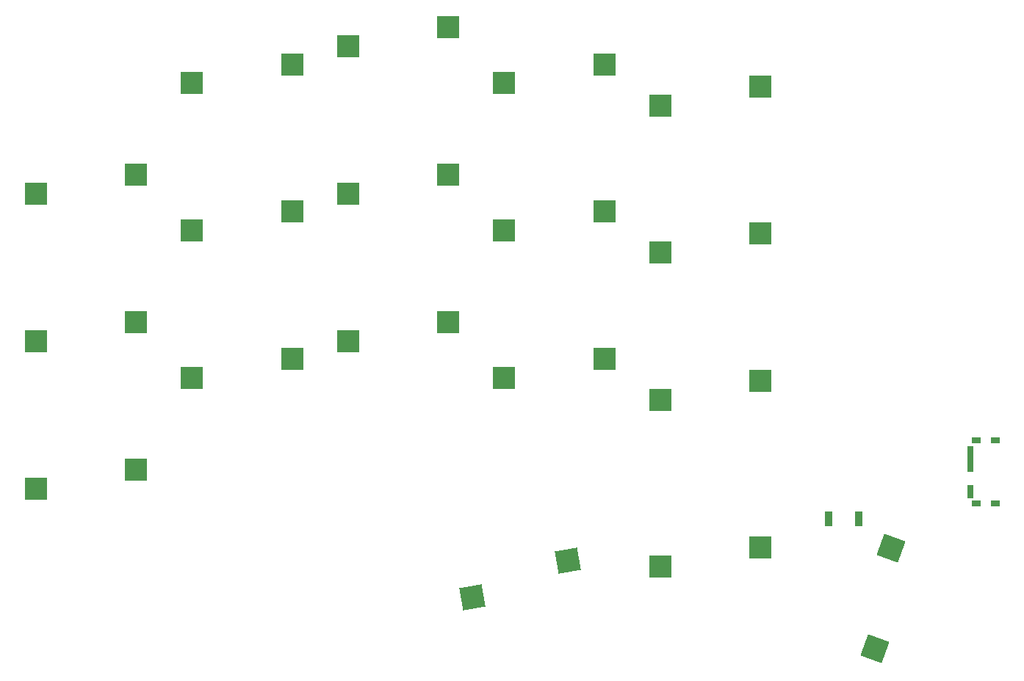
<source format=gbr>
%TF.GenerationSoftware,KiCad,Pcbnew,(6.0.9-0)*%
%TF.CreationDate,2022-12-29T18:14:32+01:00*%
%TF.ProjectId,beamer,6265616d-6572-42e6-9b69-6361645f7063,v1.0.0*%
%TF.SameCoordinates,Original*%
%TF.FileFunction,Paste,Top*%
%TF.FilePolarity,Positive*%
%FSLAX46Y46*%
G04 Gerber Fmt 4.6, Leading zero omitted, Abs format (unit mm)*
G04 Created by KiCad (PCBNEW (6.0.9-0)) date 2022-12-29 18:14:32*
%MOMM*%
%LPD*%
G01*
G04 APERTURE LIST*
G04 Aperture macros list*
%AMRotRect*
0 Rectangle, with rotation*
0 The origin of the aperture is its center*
0 $1 length*
0 $2 width*
0 $3 Rotation angle, in degrees counterclockwise*
0 Add horizontal line*
21,1,$1,$2,0,0,$3*%
G04 Aperture macros list end*
%ADD10R,2.600000X2.600000*%
%ADD11RotRect,2.600000X2.600000X10.000000*%
%ADD12RotRect,2.600000X2.600000X70.000000*%
%ADD13R,0.700000X1.500000*%
%ADD14R,1.000000X0.800000*%
%ADD15R,0.900000X1.700000*%
G04 APERTURE END LIST*
D10*
%TO.C,*%
X160275000Y-150750000D03*
X148725000Y-152950000D03*
%TD*%
%TO.C,*%
X160275000Y-133750000D03*
X148725000Y-135950000D03*
%TD*%
%TO.C,*%
X160275000Y-116750000D03*
X148725000Y-118950000D03*
%TD*%
%TO.C,*%
X178275000Y-138000000D03*
X166725000Y-140200000D03*
%TD*%
%TO.C,*%
X178275000Y-121000000D03*
X166725000Y-123200000D03*
%TD*%
%TO.C,*%
X178275000Y-104000000D03*
X166725000Y-106200000D03*
%TD*%
%TO.C,*%
X196275000Y-133750000D03*
X184725000Y-135950000D03*
%TD*%
%TO.C,*%
X196275000Y-116750000D03*
X184725000Y-118950000D03*
%TD*%
%TO.C,*%
X196275000Y-99750000D03*
X184725000Y-101950000D03*
%TD*%
%TO.C,*%
X214275000Y-138000000D03*
X202725000Y-140200000D03*
%TD*%
%TO.C,*%
X214275000Y-121000000D03*
X202725000Y-123200000D03*
%TD*%
%TO.C,*%
X214275000Y-104000000D03*
X202725000Y-106200000D03*
%TD*%
%TO.C,*%
X232275000Y-140550000D03*
X220725000Y-142750000D03*
%TD*%
%TO.C,*%
X232275000Y-123550000D03*
X220725000Y-125750000D03*
%TD*%
%TO.C,*%
X232275000Y-106550000D03*
X220725000Y-108750000D03*
%TD*%
D11*
%TO.C,*%
X210052760Y-161313664D03*
X199060256Y-165485878D03*
%TD*%
D10*
%TO.C,*%
X220697654Y-161987433D03*
X232247654Y-159787433D03*
%TD*%
D12*
%TO.C,*%
X247306258Y-159846241D03*
X245423249Y-171452135D03*
%TD*%
D13*
%TO.C,*%
X256460000Y-153300000D03*
X256460000Y-150300000D03*
X256460000Y-148800000D03*
D14*
X259320000Y-154700000D03*
X259320000Y-147400000D03*
X257110000Y-147400000D03*
X257110000Y-154700000D03*
%TD*%
D15*
%TO.C,*%
X243555000Y-156490000D03*
X240155000Y-156490000D03*
%TD*%
M02*

</source>
